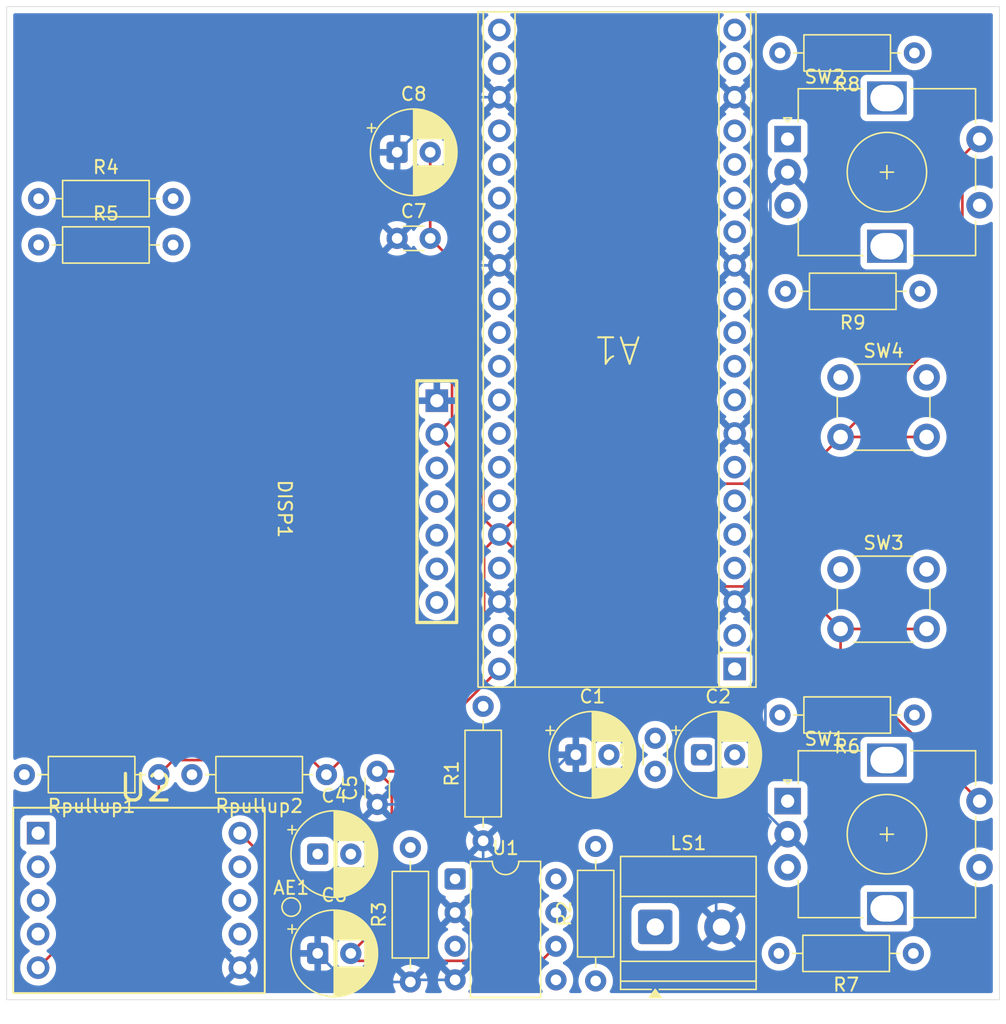
<source format=kicad_pcb>
(kicad_pcb (version 20241229) (generator "pcbnew") (generator_version "9.0")
  (title_block (title "PCB design") (date "2025-07-1") (rev "1"))
  (layers (0 "F.Cu" signal) (4 "In1.Cu" signal) (6 "In2.Cu" signal) (2 "B.Cu" signal) (13 "F.Paste" user) (15 "B.Paste" user) (5 "F.SilkS" user "F.Silkscreen") (7 "B.SilkS" user "B.Silkscreen") (1 "F.Mask" user) (3 "B.Mask" user) (25 "Edge.Cuts" user))
  (net 0 "")
  (net 1 "Net-(A1-GPIO1)")
  (net 2 "Net-(DISP1-VSS{slash}GND)")
  (net 3 "Net-(A1-GPIO26_ADC0)")
  (net 5 "Net-(A1-GPIO0)")
  (net 8 "Net-(A1-GPIO19)")
  (net 12 "Net-(A1-GPIO20)")
  (net 13 "Net-(A1-GPIO17)")
  (net 14 "Net-(A1-GPIO27_ADC1)")
  (net 15 "Net-(A1-GPIO21)")
  (net 18 "Net-(A1-GPIO3)")
  (net 19 "Net-(A1-GPIO16)")
  (net 23 "Net-(A1-VBUS)")
  (net 24 "Net-(A1-GPIO2)")
  (net 25 "Net-(A1-3V3)")
  (net 26 "Net-(U1-BYPASS)")
  (net 27 "Net-(C2-Pad2)")
  (net 28 "Net-(C2-Pad1)")
  (net 29 "Net-(C3-Pad1)")
  (net 30 "Net-(C4-Pad1)")
  (net 31 "Net-(A1-GPIO7)")
  (net 32 "Net-(U1-+)")
  (net 33 "Net-(U2-ROUT)")
  (net 41 "Net-(AE1-A)")
  (net 44 "Net-(U2-LOUT)")
  (net 45 "Net-(R6-Pad1)")
  (net 46 "Net-(R2-Pad1)")
  (net 47 "Net-(R2-Pad2)")
  (net 48 "Net-(R7-Pad1)")
  (net 49 "Net-(R8-Pad1)")
  (net 50 "Net-(R9-Pad1)")
  (net 52 "Net-(A1-GPIO15)")
  (net 53 "Net-(A1-GPIO14)")
  (net 56 "Net-(A1-GPIO13)")
  (footprint "Capacitor_THT:CP_Radial_D6.3mm_P2.50mm" (layer "F.Cu") (at 172.5 111.5)
    (property "Reference" "C2" (at 1.25 -4.4 0) (layer "F.SilkS"))
    (property "Value" "470uF")
    (pad "1" thru_hole roundrect (at 0 0) (size 1.6 1.6) (drill 0.8) (layers "*.Cu" "*.Mask") (roundrect_rratio 0.15625) (net 28 "Net-(C2-Pad1)"))
    (pad "2" thru_hole circle (at 2.5 0) (size 1.6 1.6) (drill 0.8) (layers "*.Cu" "*.Mask") (net 27 "Net-(C2-Pad2)"))
  )
  (footprint "TerminalBlock_Phoenix:TerminalBlock_Phoenix_MKDS-1,5-2_1x02_P5.00mm_Horizontal" (layer "F.Cu") (at 169 124.5)
    (property "Reference" "LS1" (at 2.5 -6.32 0) (layer "F.SilkS"))
    (property "Value" "Speaker")
    (pad "1" thru_hole roundrect (at 0 0) (size 2.6 2.6) (drill 1.3) (layers "*.Cu" "*.Mask") (roundrect_rratio 0.096154) (net 27 "Net-(C2-Pad2)"))
    (pad "2" thru_hole circle (at 5 0) (size 2.6 2.6) (drill 1.3) (layers "*.Cu" "*.Mask") (net 2 "Net-(DISP1-VSS{slash}GND)"))
  )
  (footprint "Resistor_THT:R_Axial_DIN0207_L6.3mm_D2.5mm_P10.16mm_Horizontal" (layer "F.Cu") (at 131.5 113 180)
    (property "Reference" "Rpullup1" (at 5.08 -2.37 0) (layer "F.SilkS"))
    (property "Value" "2k")
    (pad "1" thru_hole circle (at 0 0 180) (size 1.6 1.6) (drill 0.8) (layers "*.Cu" "*.Mask") (net 25 "Net-(A1-3V3)"))
    (pad "2" thru_hole circle (at 10.16 0 180) (size 1.6 1.6) (drill 0.8) (layers "*.Cu" "*.Mask") (net 3 "Net-(A1-GPIO26_ADC0)"))
  )
  (footprint "Resistor_THT:R_Axial_DIN0207_L6.3mm_D2.5mm_P10.16mm_Horizontal" (layer "F.Cu") (at 122.42 69.5)
    (property "Reference" "R4" (at 5.08 -2.37 0) (layer "F.SilkS"))
    (property "Value" "10K")
    (pad "1" thru_hole circle (at 0 0) (size 1.6 1.6) (drill 0.8) (layers "*.Cu" "*.Mask") (net 30 "Net-(C4-Pad1)"))
    (pad "2" thru_hole circle (at 10.16 0) (size 1.6 1.6) (drill 0.8) (layers "*.Cu" "*.Mask") (net 44 "Net-(U2-LOUT)"))
  )
  (footprint "Capacitor_THT:CP_Radial_D6.3mm_P2.50mm" (layer "F.Cu") (at 143.5 119)
    (property "Reference" "C4" (at 1.25 -4.4 0) (layer "F.SilkS"))
    (property "Value" "10uF")
    (pad "1" thru_hole roundrect (at 0 0) (size 1.6 1.6) (drill 0.8) (layers "*.Cu" "*.Mask") (roundrect_rratio 0.15625) (net 30 "Net-(C4-Pad1)"))
    (pad "2" thru_hole circle (at 2.5 0) (size 1.6 1.6) (drill 0.8) (layers "*.Cu" "*.Mask") (net 32 "Net-(U1-+)"))
  )
  (footprint "Resistor_THT:R_Axial_DIN0207_L6.3mm_D2.5mm_P10.16mm_Horizontal" (layer "F.Cu") (at 164.5 128.58 90)
    (property "Reference" "R2" (at 5.08 -2.37 90) (layer "F.SilkS"))
    (property "Value" "1.2K")
    (pad "1" thru_hole circle (at 0 0 90) (size 1.6 1.6) (drill 0.8) (layers "*.Cu" "*.Mask") (net 46 "Net-(R2-Pad1)"))
    (pad "2" thru_hole circle (at 10.16 0 90) (size 1.6 1.6) (drill 0.8) (layers "*.Cu" "*.Mask") (net 47 "Net-(R2-Pad2)"))
  )
  (footprint "Button_Switch_THT:SW_PUSH_6mm" (layer "F.Cu") (at 183 97.5)
    (property "Reference" "SW3" (at 3.25 -2 0) (layer "F.SilkS"))
    (property "Value" "SW_Push")
    (pad "1" thru_hole circle (at 0 0 90) (size 2 2) (drill 1.1) (layers "*.Cu" "*.Mask") (net 18 "Net-(A1-GPIO3)"))
    (pad "1" thru_hole circle (at 6.5 0 90) (size 2 2) (drill 1.1) (layers "*.Cu" "*.Mask") (net 18 "Net-(A1-GPIO3)"))
    (pad "2" thru_hole circle (at 0 4.5 90) (size 2 2) (drill 1.1) (layers "*.Cu" "*.Mask") (net 25 "Net-(A1-3V3)"))
    (pad "2" thru_hole circle (at 6.5 4.5 90) (size 2 2) (drill 1.1) (layers "*.Cu" "*.Mask") (net 25 "Net-(A1-3V3)"))
  )
  (footprint "Resistor_THT:R_Axial_DIN0207_L6.3mm_D2.5mm_P10.16mm_Horizontal" (layer "F.Cu") (at 122.42 73)
    (property "Reference" "R5" (at 5.08 -2.37 0) (layer "F.SilkS"))
    (property "Value" "10K")
    (pad "1" thru_hole circle (at 0 0) (size 1.6 1.6) (drill 0.8) (layers "*.Cu" "*.Mask") (net 33 "Net-(U2-ROUT)"))
    (pad "2" thru_hole circle (at 10.16 0) (size 1.6 1.6) (drill 0.8) (layers "*.Cu" "*.Mask") (net 30 "Net-(C4-Pad1)"))
  )
  (footprint "Resistor_THT:R_Axial_DIN0207_L6.3mm_D2.5mm_P10.16mm_Horizontal" (layer "F.Cu") (at 188.58 108.5 180)
    (property "Reference" "R6" (at 5.08 -2.37 0) (layer "F.SilkS"))
    (property "Value" "10K")
    (pad "1" thru_hole circle (at 0 0 180) (size 1.6 1.6) (drill 0.8) (layers "*.Cu" "*.Mask") (net 45 "Net-(R6-Pad1)"))
    (pad "2" thru_hole circle (at 10.16 0 180) (size 1.6 1.6) (drill 0.8) (layers "*.Cu" "*.Mask") (net 1 "Net-(A1-GPIO1)"))
  )
  (footprint "Resistor_THT:R_Axial_DIN0207_L6.3mm_D2.5mm_P10.16mm_Horizontal" (layer "F.Cu") (at 156 118 90)
    (property "Reference" "R1" (at 5.08 -2.37 90) (layer "F.SilkS"))
    (property "Value" "10")
    (pad "1" thru_hole circle (at 0 0 90) (size 1.6 1.6) (drill 0.8) (layers "*.Cu" "*.Mask") (net 2 "Net-(DISP1-VSS{slash}GND)"))
    (pad "2" thru_hole circle (at 10.16 0 90) (size 1.6 1.6) (drill 0.8) (layers "*.Cu" "*.Mask") (net 29 "Net-(C3-Pad1)"))
  )
  (footprint "Capacitor_THT:C_Disc_D3.0mm_W1.6mm_P2.50mm" (layer "F.Cu") (at 149.5 72.5)
    (property "Reference" "C7" (at 1.25 -2.05 0) (layer "F.SilkS"))
    (property "Value" "0.1uF")
    (pad "1" thru_hole circle (at 0 0) (size 1.6 1.6) (drill 0.8) (layers "*.Cu" "*.Mask") (net 2 "Net-(DISP1-VSS{slash}GND)"))
    (pad "2" thru_hole circle (at 2.5 0) (size 1.6 1.6) (drill 0.8) (layers "*.Cu" "*.Mask") (net 25 "Net-(A1-3V3)"))
  )
  (footprint "TestPoint:TestPoint_Pad_D1.0mm" (layer "F.Cu") (at 141.5 123)
    (property "Reference" "AE1" (at 0 -1.448 0) (layer "F.SilkS"))
    (property "Value" "Antenna")
    (pad "1" smd circle (at 0 0) (size 1 1) (layers "F.Cu" "F.Mask") (net 41 "Net-(AE1-A)"))
  )
  (footprint "ECE:RDA5807M_Module_TH" (layer "F.Cu") (at 130 122.5)
    (property "Reference" "U2" (at 0.5 -8.5 0) (layer "F.SilkS") (effects (font (size 2 2) (thickness 0.25))))
    (property "Value" "RDA5807M_Module")
    (pad "1" thru_hole rect (at -7.62 -5.08 180) (size 1.7 1.7) (drill 1) (layers "*.Cu" "*.Mask") (net 3 "Net-(A1-GPIO26_ADC0)"))
    (pad "2" thru_hole circle (at -7.62 -2.54 180) (size 1.7 1.7) (drill 1) (layers "*.Cu" "*.Mask") (net 14 "Net-(A1-GPIO27_ADC1)"))
    (pad "3" thru_hole circle (at -7.62 0 180) (size 1.7 1.7) (drill 1) (layers "*.Cu" "*.Mask"))
    (pad "4" thru_hole circle (at -7.62 2.54 180) (size 1.7 1.7) (drill 1) (layers "*.Cu" "*.Mask"))
    (pad "5" thru_hole circle (at -7.62 5.08 180) (size 1.7 1.7) (drill 1) (layers "*.Cu" "*.Mask") (net 25 "Net-(A1-3V3)"))
    (pad "6" thru_hole circle (at 7.62 5.08 180) (size 1.7 1.7) (drill 1) (layers "*.Cu" "*.Mask") (net 2 "Net-(DISP1-VSS{slash}GND)"))
    (pad "7" thru_hole circle (at 7.62 2.54 180) (size 1.7 1.7) (drill 1) (layers "*.Cu" "*.Mask") (net 33 "Net-(U2-ROUT)"))
    (pad "8" thru_hole circle (at 7.62 0 180) (size 1.7 1.7) (drill 1) (layers "*.Cu" "*.Mask") (net 44 "Net-(U2-LOUT)"))
    (pad "9" thru_hole circle (at 7.62 -2.54 180) (size 1.7 1.7) (drill 1) (layers "*.Cu" "*.Mask"))
    (pad "10" thru_hole circle (at 7.62 -5.08 180) (size 1.7 1.7) (drill 1) (layers "*.Cu" "*.Mask") (net 41 "Net-(AE1-A)"))
  )
  (footprint "Resistor_THT:R_Axial_DIN0207_L6.3mm_D2.5mm_P10.16mm_Horizontal" (layer "F.Cu") (at 144.16 113 180)
    (property "Reference" "Rpullup2" (at 5.08 -2.37 0) (layer "F.SilkS"))
    (property "Value" "2k")
    (pad "1" thru_hole circle (at 0 0 180) (size 1.6 1.6) (drill 0.8) (layers "*.Cu" "*.Mask") (net 25 "Net-(A1-3V3)"))
    (pad "2" thru_hole circle (at 10.16 0 180) (size 1.6 1.6) (drill 0.8) (layers "*.Cu" "*.Mask") (net 14 "Net-(A1-GPIO27_ADC1)"))
  )
  (footprint "Package_DIP:DIP-8_W7.62mm" (layer "F.Cu") (at 153.88 120.88)
    (property "Reference" "U1" (at 3.81 -2.33 0) (layer "F.SilkS"))
    (property "Value" "LM386")
    (pad "1" thru_hole roundrect (at 0 0) (size 1.6 1.6) (drill 0.8) (layers "*.Cu" "*.Mask") (roundrect_rratio 0.15625) (net 46 "Net-(R2-Pad1)"))
    (pad "2" thru_hole circle (at 0 2.54) (size 1.6 1.6) (drill 0.8) (layers "*.Cu" "*.Mask") (net 2 "Net-(DISP1-VSS{slash}GND)"))
    (pad "3" thru_hole circle (at 0 5.08) (size 1.6 1.6) (drill 0.8) (layers "*.Cu" "*.Mask") (net 32 "Net-(U1-+)"))
    (pad "4" thru_hole circle (at 0 7.62) (size 1.6 1.6) (drill 0.8) (layers "*.Cu" "*.Mask") (net 2 "Net-(DISP1-VSS{slash}GND)"))
    (pad "5" thru_hole circle (at 7.62 7.62) (size 1.6 1.6) (drill 0.8) (layers "*.Cu" "*.Mask") (net 28 "Net-(C2-Pad1)"))
    (pad "6" thru_hole circle (at 7.62 5.08) (size 1.6 1.6) (drill 0.8) (layers "*.Cu" "*.Mask") (net 23 "Net-(A1-VBUS)"))
    (pad "7" thru_hole circle (at 7.62 2.54) (size 1.6 1.6) (drill 0.8) (layers "*.Cu" "*.Mask") (net 26 "Net-(U1-BYPASS)"))
    (pad "8" thru_hole circle (at 7.62 0) (size 1.6 1.6) (drill 0.8) (layers "*.Cu" "*.Mask") (net 47 "Net-(R2-Pad2)"))
  )
  (footprint "Capacitor_THT:C_Disc_D3.0mm_W1.6mm_P2.50mm" (layer "F.Cu") (at 148 115.25 90)
    (property "Reference" "C5" (at 1.25 -2.05 90) (layer "F.SilkS"))
    (property "Value" "0.1uF")
    (pad "1" thru_hole circle (at 0 0 90) (size 1.6 1.6) (drill 0.8) (layers "*.Cu" "*.Mask") (net 2 "Net-(DISP1-VSS{slash}GND)"))
    (pad "2" thru_hole circle (at 2.5 0 90) (size 1.6 1.6) (drill 0.8) (layers "*.Cu" "*.Mask") (net 23 "Net-(A1-VBUS)"))
  )
  (footprint "Rotary_Encoder:RotaryEncoder_Alps_EC12E-Switch_Vertical_H20mm" (layer "F.Cu") (at 179 65)
    (property "Reference" "SW2" (at 2.8 -4.7 0) (layer "F.SilkS"))
    (property "Value" "Rotary Encoder")
    (pad "A" thru_hole rect (at 0 0) (size 2 2) (drill 1) (layers "*.Cu" "*.Mask") (net 49 "Net-(R8-Pad1)"))
    (pad "B" thru_hole circle (at 0 5) (size 2 2) (drill 1) (layers "*.Cu" "*.Mask") (net 50 "Net-(R9-Pad1)"))
    (pad "C" thru_hole circle (at 0 2.5) (size 2 2) (drill 1) (layers "*.Cu" "*.Mask") (net 2 "Net-(DISP1-VSS{slash}GND)"))
    (pad "MP" thru_hole rect (at 7.5 -3.1) (size 3 2.5) (drill oval 2.5 2) (layers "*.Cu" "*.Mask"))
    (pad "MP" thru_hole rect (at 7.5 8.1) (size 3 2.5) (drill oval 2.5 2) (layers "*.Cu" "*.Mask"))
    (pad "S1" thru_hole circle (at 14.5 0) (size 2 2) (drill 1) (layers "*.Cu" "*.Mask") (net 25 "Net-(A1-3V3)"))
    (pad "S2" thru_hole circle (at 14.5 5) (size 2 2) (drill 1) (layers "*.Cu" "*.Mask") (net 56 "Net-(A1-GPIO13)"))
  )
  (footprint "ECE:OLED_Display_1.3" (layer "F.Cu") (at 120.55 74.64 -90)
    (property "Reference" "DISP1" (at 18.29 -20.46 270) (layer "F.SilkS"))
    (property "Value" "OLED Display")
    (pad "1" thru_hole rect (at 10.12 -31.95 180) (size 1.7 1.7) (drill 1) (layers "*.Cu" "*.Mask") (net 2 "Net-(DISP1-VSS{slash}GND)"))
    (pad "2" thru_hole circle (at 12.66 -31.95 180) (size 1.7 1.7) (drill 1) (layers "*.Cu" "*.Mask") (net 25 "Net-(A1-3V3)"))
    (pad "3" thru_hole circle (at 15.2 -31.95 180) (size 1.7 1.7) (drill 1) (layers "*.Cu" "*.Mask") (net 19 "Net-(A1-GPIO16)"))
    (pad "4" thru_hole circle (at 17.74 -31.95 180) (size 1.7 1.7) (drill 1) (layers "*.Cu" "*.Mask") (net 8 "Net-(A1-GPIO19)"))
    (pad "5" thru_hole circle (at 20.28 -31.95 180) (size 1.7 1.7) (drill 1) (layers "*.Cu" "*.Mask") (net 12 "Net-(A1-GPIO20)"))
    (pad "6" thru_hole circle (at 22.82 -31.95 180) (size 1.7 1.7) (drill 1) (layers "*.Cu" "*.Mask") (net 15 "Net-(A1-GPIO21)"))
    (pad "7" thru_hole circle (at 25.36 -31.95 180) (size 1.7 1.7) (drill 1) (layers "*.Cu" "*.Mask") (net 13 "Net-(A1-GPIO17)"))
  )
  (footprint "Capacitor_THT:CP_Radial_D6.3mm_P2.50mm" (layer "F.Cu") (at 143.5 126.5)
    (property "Reference" "C6" (at 1.25 -4.4 0) (layer "F.SilkS"))
    (property "Value" "470uF")
    (pad "1" thru_hole roundrect (at 0 0) (size 1.6 1.6) (drill 0.8) (layers "*.Cu" "*.Mask") (roundrect_rratio 0.15625) (net 2 "Net-(DISP1-VSS{slash}GND)"))
    (pad "2" thru_hole circle (at 2.5 0) (size 1.6 1.6) (drill 0.8) (layers "*.Cu" "*.Mask") (net 23 "Net-(A1-VBUS)"))
  )
  (footprint "Resistor_THT:R_Axial_DIN0207_L6.3mm_D2.5mm_P10.16mm_Horizontal" (layer "F.Cu") (at 189 76.5 180)
    (property "Reference" "R9" (at 5.08 -2.37 0) (layer "F.SilkS"))
    (property "Value" "10K")
    (pad "1" thru_hole circle (at 0 0 180) (size 1.6 1.6) (drill 0.8) (layers "*.Cu" "*.Mask") (net 50 "Net-(R9-Pad1)"))
    (pad "2" thru_hole circle (at 10.16 0 180) (size 1.6 1.6) (drill 0.8) (layers "*.Cu" "*.Mask") (net 52 "Net-(A1-GPIO15)"))
  )
  (footprint "ECE:RPi_Pico_TH" (layer "F.Cu") (at 166.11 80.89 180)
    (property "Reference" "A1" (at 0 0 180) (layer "F.SilkS") (effects (font (size 2 2))))
    (property "Value" "RaspberryPi_Pico_W")
    (pad "1" thru_hole rect (at -8.89 -24.13 180) (size 1.7 1.7) (drill 1) (layers "*.Cu" "*.Mask") (net 5 "Net-(A1-GPIO0)"))
    (pad "2" thru_hole circle (at -8.89 -21.59 180) (size 1.7 1.7) (drill 1) (layers "*.Cu" "*.Mask") (net 1 "Net-(A1-GPIO1)"))
    (pad "3" thru_hole circle (at -8.89 -19.05 180) (size 1.7 1.7) (drill 1) (layers "*.Cu" "*.Mask") (net 2 "Net-(DISP1-VSS{slash}GND)"))
    (pad "4" thru_hole circle (at -8.89 -16.51 180) (size 1.7 1.7) (drill 1) (layers "*.Cu" "*.Mask") (net 24 "Net-(A1-GPIO2)"))
    (pad "5" thru_hole circle (at -8.89 -13.97 180) (size 1.7 1.7) (drill 1) (layers "*.Cu" "*.Mask") (net 18 "Net-(A1-GPIO3)"))
    (pad "6" thru_hole circle (at -8.89 -11.43 180) (size 1.7 1.7) (drill 1) (layers "*.Cu" "*.Mask"))
    (pad "7" thru_hole circle (at -8.89 -8.89 180) (size 1.7 1.7) (drill 1) (layers "*.Cu" "*.Mask"))
    (pad "8" thru_hole circle (at -8.89 -6.35 180) (size 1.7 1.7) (drill 1) (layers "*.Cu" "*.Mask") (net 2 "Net-(DISP1-VSS{slash}GND)"))
    (pad "9" thru_hole circle (at -8.89 -3.81 180) (size 1.7 1.7) (drill 1) (layers "*.Cu" "*.Mask"))
    (pad "10" thru_hole circle (at -8.89 -1.27 180) (size 1.7 1.7) (drill 1) (layers "*.Cu" "*.Mask") (net 31 "Net-(A1-GPIO7)"))
    (pad "11" thru_hole circle (at -8.89 1.27 180) (size 1.7 1.7) (drill 1) (layers "*.Cu" "*.Mask"))
    (pad "12" thru_hole circle (at -8.89 3.81 180) (size 1.7 1.7) (drill 1) (layers "*.Cu" "*.Mask"))
    (pad "13" thru_hole circle (at -8.89 6.35 180) (size 1.7 1.7) (drill 1) (layers "*.Cu" "*.Mask") (net 2 "Net-(DISP1-VSS{slash}GND)"))
    (pad "14" thru_hole circle (at -8.89 8.89 180) (size 1.7 1.7) (drill 1) (layers "*.Cu" "*.Mask"))
    (pad "15" thru_hole circle (at -8.89 11.43 180) (size 1.7 1.7) (drill 1) (layers "*.Cu" "*.Mask"))
    (pad "16" thru_hole circle (at -8.89 13.97 180) (size 1.7 1.7) (drill 1) (layers "*.Cu" "*.Mask"))
    (pad "17" thru_hole circle (at -8.89 16.51 180) (size 1.7 1.7) (drill 1) (layers "*.Cu" "*.Mask") (net 56 "Net-(A1-GPIO13)"))
    (pad "18" thru_hole circle (at -8.89 19.05 180) (size 1.7 1.7) (drill 1) (layers "*.Cu" "*.Mask") (net 2 "Net-(DISP1-VSS{slash}GND)"))
    (pad "19" thru_hole circle (at -8.89 21.59 180) (size 1.7 1.7) (drill 1) (layers "*.Cu" "*.Mask") (net 53 "Net-(A1-GPIO14)"))
    (pad "20" thru_hole circle (at -8.89 24.13 180) (size 1.7 1.7) (drill 1) (layers "*.Cu" "*.Mask") (net 52 "Net-(A1-GPIO15)"))
    (pad "21" thru_hole circle (at 8.89 24.13 180) (size 1.7 1.7) (drill 1) (layers "*.Cu" "*.Mask") (net 19 "Net-(A1-GPIO16)"))
    (pad "22" thru_hole circle (at 8.89 21.59 180) (size 1.7 1.7) (drill 1) (layers "*.Cu" "*.Mask") (net 13 "Net-(A1-GPIO17)"))
    (pad "23" thru_hole circle (at 8.89 19.05 180) (size 1.7 1.7) (drill 1) (layers "*.Cu" "*.Mask") (net 2 "Net-(DISP1-VSS{slash}GND)"))
    (pad "24" thru_hole circle (at 8.89 16.51 180) (size 1.7 1.7) (drill 1) (layers "*.Cu" "*.Mask"))
    (pad "25" thru_hole circle (at 8.89 13.97 180) (size 1.7 1.7) (drill 1) (layers "*.Cu" "*.Mask") (net 8 "Net-(A1-GPIO19)"))
    (pad "26" thru_hole circle (at 8.89 11.43 180) (size 1.7 1.7) (drill 1) (layers "*.Cu" "*.Mask") (net 12 "Net-(A1-GPIO20)"))
    (pad "27" thru_hole circle (at 8.89 8.89 180) (size 1.7 1.7) (drill 1) (layers "*.Cu" "*.Mask") (net 15 "Net-(A1-GPIO21)"))
    (pad "28" thru_hole circle (at 8.89 6.35 180) (size 1.7 1.7) (drill 1) (layers "*.Cu" "*.Mask") (net 2 "Net-(DISP1-VSS{slash}GND)"))
    (pad "29" thru_hole circle (at 8.89 3.81 180) (size 1.7 1.7) (drill 1) (layers "*.Cu" "*.Mask"))
    (pad "30" thru_hole circle (at 8.89 1.27 180) (size 1.7 1.7) (drill 1) (layers "*.Cu" "*.Mask"))
    (pad "31" thru_hole circle (at 8.89 -1.27 180) (size 1.7 1.7) (drill 1) (layers "*.Cu" "*.Mask") (net 3 "Net-(A1-GPIO26_ADC0)"))
    (pad "32" thru_hole circle (at 8.89 -3.81 180) (size 1.7 1.7) (drill 1) (layers "*.Cu" "*.Mask") (net 14 "Net-(A1-GPIO27_ADC1)"))
    (pad "33" thru_hole circle (at 8.89 -6.35 180) (size 1.7 1.7) (drill 1) (layers "*.Cu" "*.Mask"))
    (pad "34" thru_hole circle (at 8.89 -8.89 180) (size 1.7 1.7) (drill 1) (layers "*.Cu" "*.Mask"))
    (pad "35" thru_hole circle (at 8.89 -11.43 180) (size 1.7 1.7) (drill 1) (layers "*.Cu" "*.Mask"))
    (pad "36" thru_hole circle (at 8.89 -13.97 180) (size 1.7 1.7) (drill 1) (layers "*.Cu" "*.Mask") (net 25 "Net-(A1-3V3)"))
    (pad "37" thru_hole circle (at 8.89 -16.51 180) (size 1.7 1.7) (drill 1) (layers "*.Cu" "*.Mask"))
    (pad "38" thru_hole circle (at 8.89 -19.05 180) (size 1.7 1.7) (drill 1) (layers "*.Cu" "*.Mask") (net 2 "Net-(DISP1-VSS{slash}GND)"))
    (pad "39" thru_hole circle (at 8.89 -21.59 180) (size 1.7 1.7) (drill 1) (layers "*.Cu" "*.Mask"))
    (pad "40" thru_hole circle (at 8.89 -24.13 180) (size 1.7 1.7) (drill 1) (layers "*.Cu" "*.Mask") (net 23 "Net-(A1-VBUS)"))
  )
  (footprint "Capacitor_THT:CP_Radial_D6.3mm_P2.50mm" (layer "F.Cu") (at 163 111.5)
    (property "Reference" "C1" (at 1.25 -4.4 0) (layer "F.SilkS"))
    (property "Value" "10uF")
    (pad "1" thru_hole roundrect (at 0 0) (size 1.6 1.6) (drill 0.8) (layers "*.Cu" "*.Mask") (roundrect_rratio 0.15625) (net 2 "Net-(DISP1-VSS{slash}GND)"))
    (pad "2" thru_hole circle (at 2.5 0) (size 1.6 1.6) (drill 0.8) (layers "*.Cu" "*.Mask") (net 26 "Net-(U1-BYPASS)"))
  )
  (footprint "Resistor_THT:R_Axial_DIN0207_L6.3mm_D2.5mm_P10.16mm_Horizontal" (layer "F.Cu") (at 150.5 128.66 90)
    (property "Reference" "R3" (at 5.08 -2.37 90) (layer "F.SilkS"))
    (property "Value" "10K")
    (pad "1" thru_hole circle (at 0 0 90) (size 1.6 1.6) (drill 0.8) (layers "*.Cu" "*.Mask") (net 2 "Net-(DISP1-VSS{slash}GND)"))
    (pad "2" thru_hole circle (at 10.16 0 90) (size 1.6 1.6) (drill 0.8) (layers "*.Cu" "*.Mask") (net 30 "Net-(C4-Pad1)"))
  )
  (footprint "Button_Switch_THT:SW_PUSH_6mm" (layer "F.Cu") (at 183 83)
    (property "Reference" "SW4" (at 3.25 -2 0) (layer "F.SilkS"))
    (property "Value" "SW_Push")
    (pad "1" thru_hole circle (at 0 0 90) (size 2 2) (drill 1.1) (layers "*.Cu" "*.Mask") (net 31 "Net-(A1-GPIO7)"))
    (pad "1" thru_hole circle (at 6.5 0 90) (size 2 2) (drill 1.1) (layers "*.Cu" "*.Mask") (net 31 "Net-(A1-GPIO7)"))
    (pad "2" thru_hole circle (at 0 4.5 90) (size 2 2) (drill 1.1) (layers "*.Cu" "*.Mask") (net 25 "Net-(A1-3V3)"))
    (pad "2" thru_hole circle (at 6.5 4.5 90) (size 2 2) (drill 1.1) (layers "*.Cu" "*.Mask") (net 25 "Net-(A1-3V3)"))
  )
  (footprint "Resistor_THT:R_Axial_DIN0207_L6.3mm_D2.5mm_P10.16mm_Horizontal" (layer "F.Cu") (at 188.5 126.5 180)
    (property "Reference" "R7" (at 5.08 -2.37 0) (layer "F.SilkS"))
    (property "Value" "10K")
    (pad "1" thru_hole circle (at 0 0 180) (size 1.6 1.6) (drill 0.8) (layers "*.Cu" "*.Mask") (net 48 "Net-(R7-Pad1)"))
    (pad "2" thru_hole circle (at 10.16 0 180) (size 1.6 1.6) (drill 0.8) (layers "*.Cu" "*.Mask") (net 24 "Net-(A1-GPIO2)"))
  )
  (footprint "Rotary_Encoder:RotaryEncoder_Alps_EC12E-Switch_Vertical_H20mm" (layer "F.Cu") (at 179 115)
    (property "Reference" "SW1" (at 2.8 -4.7 0) (layer "F.SilkS"))
    (property "Value" "Rotary Encoder")
    (pad "A" thru_hole rect (at 0 0) (size 2 2) (drill 1) (layers "*.Cu" "*.Mask") (net 45 "Net-(R6-Pad1)"))
    (pad "B" thru_hole circle (at 0 5) (size 2 2) (drill 1) (layers "*.Cu" "*.Mask") (net 48 "Net-(R7-Pad1)"))
    (pad "C" thru_hole circle (at 0 2.5) (size 2 2) (drill 1) (layers "*.Cu" "*.Mask") (net 2 "Net-(DISP1-VSS{slash}GND)"))
    (pad "MP" thru_hole rect (at 7.5 -3.1) (size 3 2.5) (drill oval 2.5 2) (layers "*.Cu" "*.Mask"))
    (pad "MP" thru_hole rect (at 7.5 8.1) (size 3 2.5) (drill oval 2.5 2) (layers "*.Cu" "*.Mask"))
    (pad "S1" thru_hole circle (at 14.5 0) (size 2 2) (drill 1) (layers "*.Cu" "*.Mask") (net 25 "Net-(A1-3V3)"))
    (pad "S2" thru_hole circle (at 14.5 5) (size 2 2) (drill 1) (layers "*.Cu" "*.Mask") (net 5 "Net-(A1-GPIO0)"))
  )
  (footprint "Resistor_THT:R_Axial_DIN0207_L6.3mm_D2.5mm_P10.16mm_Horizontal" (layer "F.Cu") (at 188.58 58.5 180)
    (property "Reference" "R8" (at 5.08 -2.37 0) (layer "F.SilkS"))
    (property "Value" "10K")
    (pad "1" thru_hole circle (at 0 0 180) (size 1.6 1.6) (drill 0.8) (layers "*.Cu" "*.Mask") (net 49 "Net-(R8-Pad1)"))
    (pad "2" thru_hole circle (at 10.16 0 180) (size 1.6 1.6) (drill 0.8) (layers "*.Cu" "*.Mask") (net 53 "Net-(A1-GPIO14)"))
  )
  (footprint "Capacitor_THT:CP_Radial_D6.3mm_P2.50mm" (layer "F.Cu") (at 149.5 66)
    (property "Reference" "C8" (at 1.25 -4.4 0) (layer "F.SilkS"))
    (property "Value" "470uF")
    (pad "1" thru_hole roundrect (at 0 0) (size 1.6 1.6) (drill 0.8) (layers "*.Cu" "*.Mask") (roundrect_rratio 0.15625) (net 2 "Net-(DISP1-VSS{slash}GND)"))
    (pad "2" thru_hole circle (at 2.5 0) (size 1.6 1.6) (drill 0.8) (layers "*.Cu" "*.Mask") (net 25 "Net-(A1-3V3)"))
  )
  (footprint "Capacitor_THT:C_Disc_D3.0mm_W1.6mm_P2.50mm" (layer "F.Cu") (at 169 112.75 90)
    (property "Reference" "C3" (at 1.25 -2.05 90) (layer "F.SilkS"))
    (property "Value" "0.05uF")
    (pad "1" thru_hole circle (at 0 0 90) (size 1.6 1.6) (drill 0.8) (layers "*.Cu" "*.Mask") (net 29 "Net-(C3-Pad1)"))
    (pad "2" thru_hole circle (at 2.5 0 90) (size 1.6 1.6) (drill 0.8) (layers "*.Cu" "*.Mask") (net 28 "Net-(C2-Pad1)"))
  )
  (gr_rect (start 120 55) (end 195 130) (stroke (width 0.05)) (fill no) (layer "Edge.Cuts"))
  (segment (start 156 118) (end 156 121.3) (width 0.2) (layer "B.Cu") (net 2))
  (segment (start 143.5 126.5) (end 138.7 126.5) (width 0.2) (layer "B.Cu") (net 2))
  (segment (start 153.88 128.5) (end 150.66 128.5) (width 0.2) (layer "B.Cu") (net 2))
  (segment (start 175 99.94) (end 177.319 102.259) (width 0.2) (layer "B.Cu") (net 2))
  (segment (start 153.66 61.84) (end 149.5 66) (width 0.2) (layer "B.Cu") (net 2))
  (segment (start 157.22 61.84) (end 153.66 61.84) (width 0.2) (layer "B.Cu") (net 2))
  (segment (start 152.5 79.26) (end 157.22 74.54) (width 0.2) (layer "B.Cu") (net 2))
  (segment (start 157.22 74.54) (end 151.54 74.54) (width 0.2) (layer "B.Cu") (net 2))
  (segment (start 148 115.25) (end 153.25 115.25) (width 0.2) (layer "B.Cu") (net 2))
  (segment (start 150.5 128.66) (end 145.66 128.66) (width 0.2) (layer "B.Cu") (net 2))
  (segment (start 156 121.3) (end 153.88 123.42) (width 0.2) (layer "B.Cu") (net 2))
  (segment (start 173.601 101.339) (end 173.601 124.101) (width 0.2) (layer "B.Cu") (net 2))
  (segment (start 145.66 128.66) (end 143.5 126.5) (width 0.2) (layer "B.Cu") (net 2))
  (segment (start 151.54 74.54) (end 149.5 72.5) (width 0.2) (layer "B.Cu") (net 2))
  (segment (start 177.319 115.819) (end 179 117.5) (width 0.2) (layer "B.Cu") (net 2))
  (segment (start 177.699 68.801) (end 179 67.5) (width 0.2) (layer "B.Cu") (net 2))
  (segment (start 153.88 123.42) (end 154.981 124.521) (width 0.2) (layer "B.Cu") (net 2))
  (segment (start 152.5 84.76) (end 152.5 79.26) (width 0.2) (layer "B.Cu") (net 2))
  (segment (start 177.319 102.259) (end 177.319 115.819) (width 0.2) (layer "B.Cu") (net 2))
  (segment (start 153.25 115.25) (end 156 118) (width 0.2) (layer "B.Cu") (net 2))
  (segment (start 163 111.5) (end 162.5 111.5) (width 0.2) (layer "B.Cu") (net 2))
  (segment (start 175 99.94) (end 173.601 101.339) (width 0.2) (layer "B.Cu") (net 2))
  (segment (start 163 113.5) (end 174 124.5) (width 0.2) (layer "B.Cu") (net 2))
  (segment (start 163 111.5) (end 163 113.5) (width 0.2) (layer "B.Cu") (net 2))
  (segment (start 138.7 126.5) (end 137.62 127.58) (width 0.2) (layer "B.Cu") (net 2))
  (segment (start 175 74.54) (end 177.699 71.841) (width 0.2) (layer "B.Cu") (net 2))
  (segment (start 154.981 124.521) (end 154.981 127.399) (width 0.2) (layer "B.Cu") (net 2))
  (segment (start 150.66 128.5) (end 150.5 128.66) (width 0.2) (layer "B.Cu") (net 2))
  (segment (start 173.601 124.101) (end 174 124.5) (width 0.2) (layer "B.Cu") (net 2))
  (segment (start 154.981 127.399) (end 153.88 128.5) (width 0.2) (layer "B.Cu") (net 2))
  (segment (start 177.699 71.841) (end 177.699 68.801) (width 0.2) (layer "B.Cu") (net 2))
  (segment (start 162.5 111.5) (end 156 118) (width 0.2) (layer "B.Cu") (net 2))
  (segment (start 146 126.5) (end 149.101 123.399) (width 0.2) (layer "F.Cu") (net 23))
  (segment (start 146.561 127.061) (end 146 126.5) (width 0.2) (layer "F.Cu") (net 23))
  (segment (start 149.101 123.399) (end 149.101 113.851) (width 0.2) (layer "F.Cu") (net 23))
  (segment (start 149.101 113.851) (end 148 112.75) (width 0.2) (layer "F.Cu") (net 23))
  (segment (start 148 112.75) (end 149.49 112.75) (width 0.2) (layer "F.Cu") (net 23))
  (segment (start 160.399 127.061) (end 146.561 127.061) (width 0.2) (layer "F.Cu") (net 23))
  (segment (start 161.5 125.96) (end 160.399 127.061) (width 0.2) (layer "F.Cu") (net 23))
  (segment (start 149.49 112.75) (end 157.22 105.02) (width 0.2) (layer "F.Cu") (net 23))
  (segment (start 183 87.5) (end 179.47224 91.02776) (width 0.2) (layer "F.Cu") (net 25))
  (segment (start 131.5 118.46) (end 122.38 127.58) (width 0.2) (layer "F.Cu") (net 25))
  (segment (start 153.651 74.151) (end 152 72.5) (width 0.2) (layer "F.Cu") (net 25))
  (segment (start 153.651 86.149) (end 153.651 74.151) (width 0.2) (layer "F.Cu") (net 25))
  (segment (start 157.22 94.86) (end 156 93.64) (width 0.2) (layer "F.Cu") (net 25))
  (segment (start 179.789 98.789) (end 183 102) (width 0.2) (layer "F.Cu") (net 25))
  (segment (start 183 104.5) (end 183 102) (width 0.2) (layer "F.Cu") (net 25))
  (segment (start 179.47224 91.02776) (end 161.05224 91.02776) (width 0.2) (layer "F.Cu") (net 25))
  (segment (start 156 90.8) (end 152.5 87.3) (width 0.2) (layer "F.Cu") (net 25))
  (segment (start 157.22 94.86) (end 156.069 96.011) (width 0.2) (layer "F.Cu") (net 25))
  (segment (start 131.5 113) (end 131.5 118.46) (width 0.2) (layer "F.Cu") (net 25))
  (segment (start 152.5 87.3) (end 153.651 86.149) (width 0.2) (layer "F.Cu") (net 25))
  (segment (start 161.05224 91.02776) (end 157.22 94.86) (width 0.2) (layer "F.Cu") (net 25))
  (segment (start 192.199 78.301) (end 183 87.5) (width 0.2) (layer "F.Cu") (net 25))
  (segment (start 156.069 96.011) (end 156.069 101.091) (width 0.2) (layer "F.Cu") (net 25))
  (segment (start 156.069 101.091) (end 144.16 113) (width 0.2) (layer "F.Cu") (net 25))
  (segment (start 161.149 98.789) (end 179.789 98.789) (width 0.2) (layer "F.Cu") (net 25))
  (segment (start 157.22 94.86) (end 161.149 98.789) (width 0.2) (layer "F.Cu") (net 25))
  (segment (start 156 93.64) (end 156 90.8) (width 0.2) (layer "F.Cu") (net 25))
  (segment (start 143.059 111.899) (end 144.16 113) (width 0.2) (layer "F.Cu") (net 25))
  (segment (start 152 72.5) (end 152 66) (width 0.2) (layer "F.Cu") (net 25))
  (segment (start 189.5 102) (end 183 102) (width 0.2) (layer "F.Cu") (net 25))
  (segment (start 193.5 65) (end 192.199 66.301) (width 0.2) (layer "F.Cu") (net 25))
  (segment (start 131.5 113) (end 132.601 111.899) (width 0.2) (layer "F.Cu") (net 25))
  (segment (start 132.601 111.899) (end 143.059 111.899) (width 0.2) (layer "F.Cu") (net 25))
  (segment (start 189.5 87.5) (end 183 87.5) (width 0.2) (layer "F.Cu") (net 25))
  (segment (start 193.5 115) (end 183 104.5) (width 0.2) (layer "F.Cu") (net 25))
  (segment (start 192.199 66.301) (end 192.199 78.301) (width 0.2) (layer "F.Cu") (net 25))
  (segment (start 141.5 121.3) (end 137.62 117.42) (width 0.2) (layer "F.Cu") (net 41))
  (segment (start 141.5 123) (end 141.5 121.3) (width 0.2) (layer "F.Cu") (net 41))
  (zone (net 2) (net_name "Net-(DISP1-VSS{slash}GND)") (layer "B.Cu") (connect_pads (clearance 0.5)) (min_thickness 0.25) (fill yes (thermal_gap 0.5) (thermal_bridge_width 0.5))
    (polygon (pts (xy 119.5 54.5) (xy 195.5 54.5) (xy 195.5 130.5) (xy 119.5 130.5)))
  )
)
</source>
